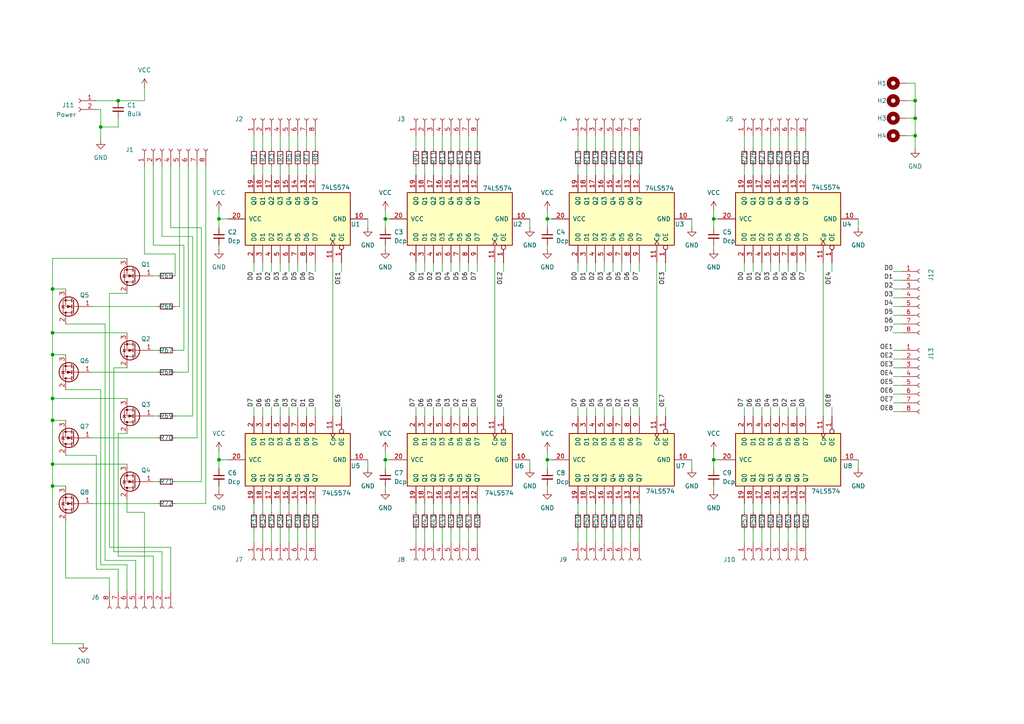
<source format=kicad_sch>
(kicad_sch (version 20231120) (generator "eeschema") (generator_version "8.0")
  (paper "A4")
  (junction (at 207.01 133.35))
  (junction (at 265.43 29.21))
  (junction (at 207.01 63.5))
  (junction (at 111.76 63.5))
  (junction (at 111.76 133.35))
  (junction (at 15.24 134.62))
  (junction (at 15.24 140.97))
  (junction (at 29.21 36.83))
  (junction (at 15.24 115.57))
  (junction (at 63.5 133.35))
  (junction (at 63.5 63.5))
  (junction (at 15.24 83.82))
  (junction (at 15.24 102.87))
  (junction (at 34.29 29.21))
  (junction (at 265.43 39.37))
  (junction (at 15.24 121.92))
  (junction (at 158.75 63.5))
  (junction (at 15.24 96.52))
  (junction (at 265.43 34.29))
  (junction (at 158.75 133.35))
  (wire (pts (xy 15.24 74.93) (xy 36.83 74.93)))
  (wire (pts (xy 153.67 133.35) (xy 153.67 135.89)))
  (wire (pts (xy 34.29 125.73) (xy 36.83 125.73)))
  (wire (pts (xy 123.19 157.48) (xy 123.19 153.67)))
  (wire (pts (xy 133.35 76.2) (xy 133.35 78.74)))
  (wire (pts (xy 63.5 133.35) (xy 66.04 133.35)))
  (wire (pts (xy 259.08 119.38) (xy 261.62 119.38)))
  (wire (pts (xy 218.44 157.48) (xy 218.44 153.67)))
  (wire (pts (xy 261.62 91.44) (xy 259.08 91.44)))
  (wire (pts (xy 36.83 171.45) (xy 36.83 163.83)))
  (wire (pts (xy 111.76 63.5) (xy 111.76 66.04)))
  (wire (pts (xy 73.66 120.65) (xy 73.66 118.11)))
  (wire (pts (xy 218.44 148.59) (xy 218.44 146.05)))
  (wire (pts (xy 53.34 101.6) (xy 53.34 71.12)))
  (wire (pts (xy 120.65 39.37) (xy 120.65 43.18)))
  (wire (pts (xy 73.66 148.59) (xy 73.66 146.05)))
  (wire (pts (xy 15.24 96.52) (xy 15.24 83.82)))
  (wire (pts (xy 73.66 157.48) (xy 73.66 153.67)))
  (wire (pts (xy 106.68 133.35) (xy 106.68 135.89)))
  (wire (pts (xy 44.45 161.29) (xy 34.29 161.29)))
  (wire (pts (xy 259.08 101.6) (xy 261.62 101.6)))
  (wire (pts (xy 207.01 60.96) (xy 207.01 63.5)))
  (wire (pts (xy 27.94 29.21) (xy 34.29 29.21)))
  (wire (pts (xy 86.36 120.65) (xy 86.36 118.11)))
  (wire (pts (xy 120.65 76.2) (xy 120.65 78.74)))
  (wire (pts (xy 50.8 101.6) (xy 53.34 101.6)))
  (wire (pts (xy 39.37 162.56) (xy 30.48 162.56)))
  (wire (pts (xy 63.5 140.97) (xy 63.5 142.24)))
  (wire (pts (xy 215.9 148.59) (xy 215.9 146.05)))
  (wire (pts (xy 96.52 76.2) (xy 96.52 120.65)))
  (wire (pts (xy 185.42 76.2) (xy 185.42 78.74)))
  (wire (pts (xy 111.76 71.12) (xy 111.76 72.39)))
  (wire (pts (xy 172.72 120.65) (xy 172.72 118.11)))
  (wire (pts (xy 215.9 76.2) (xy 215.9 78.74)))
  (wire (pts (xy 34.29 34.29) (xy 34.29 36.83)))
  (wire (pts (xy 248.92 63.5) (xy 248.92 66.04)))
  (wire (pts (xy 49.53 158.75) (xy 31.75 158.75)))
  (wire (pts (xy 170.18 148.59) (xy 170.18 146.05)))
  (wire (pts (xy 50.8 139.7) (xy 58.42 139.7)))
  (wire (pts (xy 44.45 171.45) (xy 44.45 161.29)))
  (wire (pts (xy 26.67 146.05) (xy 45.72 146.05)))
  (wire (pts (xy 233.68 76.2) (xy 233.68 78.74)))
  (wire (pts (xy 49.53 171.45) (xy 49.53 158.75)))
  (wire (pts (xy 76.2 157.48) (xy 76.2 153.67)))
  (wire (pts (xy 185.42 120.65) (xy 185.42 118.11)))
  (wire (pts (xy 207.01 71.12) (xy 207.01 72.39)))
  (wire (pts (xy 83.82 120.65) (xy 83.82 118.11)))
  (wire (pts (xy 120.65 157.48) (xy 120.65 153.67)))
  (wire (pts (xy 167.64 76.2) (xy 167.64 78.74)))
  (wire (pts (xy 215.9 39.37) (xy 215.9 43.18)))
  (wire (pts (xy 73.66 76.2) (xy 73.66 78.74)))
  (wire (pts (xy 44.45 101.6) (xy 45.72 101.6)))
  (wire (pts (xy 223.52 120.65) (xy 223.52 118.11)))
  (wire (pts (xy 223.52 76.2) (xy 223.52 78.74)))
  (wire (pts (xy 44.45 71.12) (xy 44.45 48.26)))
  (wire (pts (xy 261.62 96.52) (xy 259.08 96.52)))
  (wire (pts (xy 91.44 157.48) (xy 91.44 153.67)))
  (wire (pts (xy 177.8 148.59) (xy 177.8 146.05)))
  (wire (pts (xy 259.08 104.14) (xy 261.62 104.14)))
  (wire (pts (xy 34.29 165.1) (xy 34.29 171.45)))
  (wire (pts (xy 27.94 165.1) (xy 27.94 132.08)))
  (wire (pts (xy 88.9 120.65) (xy 88.9 118.11)))
  (wire (pts (xy 44.45 120.65) (xy 45.72 120.65)))
  (wire (pts (xy 138.43 157.48) (xy 138.43 153.67)))
  (wire (pts (xy 228.6 157.48) (xy 228.6 153.67)))
  (wire (pts (xy 265.43 29.21) (xy 265.43 34.29)))
  (wire (pts (xy 170.18 120.65) (xy 170.18 118.11)))
  (wire (pts (xy 185.42 39.37) (xy 185.42 43.18)))
  (wire (pts (xy 175.26 39.37) (xy 175.26 43.18)))
  (wire (pts (xy 180.34 120.65) (xy 180.34 118.11)))
  (wire (pts (xy 123.19 120.65) (xy 123.19 118.11)))
  (wire (pts (xy 158.75 130.81) (xy 158.75 133.35)))
  (wire (pts (xy 83.82 76.2) (xy 83.82 78.74)))
  (wire (pts (xy 182.88 39.37) (xy 182.88 43.18)))
  (wire (pts (xy 78.74 76.2) (xy 78.74 78.74)))
  (wire (pts (xy 125.73 148.59) (xy 125.73 146.05)))
  (wire (pts (xy 153.67 63.5) (xy 153.67 66.04)))
  (wire (pts (xy 167.64 157.48) (xy 167.64 153.67)))
  (wire (pts (xy 99.06 118.11) (xy 99.06 120.65)))
  (wire (pts (xy 120.65 120.65) (xy 120.65 118.11)))
  (wire (pts (xy 259.08 106.68) (xy 261.62 106.68)))
  (wire (pts (xy 81.28 76.2) (xy 81.28 78.74)))
  (wire (pts (xy 138.43 76.2) (xy 138.43 78.74)))
  (wire (pts (xy 83.82 148.59) (xy 83.82 146.05)))
  (wire (pts (xy 180.34 76.2) (xy 180.34 78.74)))
  (wire (pts (xy 128.27 148.59) (xy 128.27 146.05)))
  (wire (pts (xy 170.18 39.37) (xy 170.18 43.18)))
  (wire (pts (xy 19.05 113.03) (xy 29.21 113.03)))
  (wire (pts (xy 170.18 76.2) (xy 170.18 78.74)))
  (wire (pts (xy 177.8 48.26) (xy 177.8 50.8)))
  (wire (pts (xy 99.06 76.2) (xy 99.06 78.74)))
  (wire (pts (xy 63.5 63.5) (xy 63.5 66.04)))
  (wire (pts (xy 31.75 167.64) (xy 19.05 167.64)))
  (wire (pts (xy 81.28 48.26) (xy 81.28 50.8)))
  (wire (pts (xy 76.2 39.37) (xy 76.2 43.18)))
  (wire (pts (xy 238.76 76.2) (xy 238.76 120.65)))
  (wire (pts (xy 133.35 120.65) (xy 133.35 118.11)))
  (wire (pts (xy 63.5 63.5) (xy 66.04 63.5)))
  (wire (pts (xy 76.2 120.65) (xy 76.2 118.11)))
  (wire (pts (xy 175.26 76.2) (xy 175.26 78.74)))
  (wire (pts (xy 133.35 48.26) (xy 133.35 50.8)))
  (wire (pts (xy 63.5 71.12) (xy 63.5 72.39)))
  (wire (pts (xy 76.2 148.59) (xy 76.2 146.05)))
  (wire (pts (xy 123.19 76.2) (xy 123.19 78.74)))
  (wire (pts (xy 46.99 160.02) (xy 33.02 160.02)))
  (wire (pts (xy 15.24 140.97) (xy 15.24 134.62)))
  (wire (pts (xy 78.74 39.37) (xy 78.74 43.18)))
  (wire (pts (xy 111.76 133.35) (xy 113.03 133.35)))
  (wire (pts (xy 73.66 48.26) (xy 73.66 50.8)))
  (wire (pts (xy 46.99 171.45) (xy 46.99 160.02)))
  (wire (pts (xy 220.98 48.26) (xy 220.98 50.8)))
  (wire (pts (xy 81.28 157.48) (xy 81.28 153.67)))
  (wire (pts (xy 81.28 120.65) (xy 81.28 118.11)))
  (wire (pts (xy 223.52 157.48) (xy 223.52 153.67)))
  (wire (pts (xy 130.81 39.37) (xy 130.81 43.18)))
  (wire (pts (xy 15.24 121.92) (xy 15.24 115.57)))
  (wire (pts (xy 138.43 39.37) (xy 138.43 43.18)))
  (wire (pts (xy 15.24 102.87) (xy 15.24 96.52)))
  (wire (pts (xy 63.5 60.96) (xy 63.5 63.5)))
  (wire (pts (xy 19.05 132.08) (xy 27.94 132.08)))
  (wire (pts (xy 220.98 39.37) (xy 220.98 43.18)))
  (wire (pts (xy 182.88 120.65) (xy 182.88 118.11)))
  (wire (pts (xy 91.44 76.2) (xy 91.44 78.74)))
  (wire (pts (xy 180.34 157.48) (xy 180.34 153.67)))
  (wire (pts (xy 50.8 73.66) (xy 41.91 73.66)))
  (wire (pts (xy 50.8 146.05) (xy 59.69 146.05)))
  (wire (pts (xy 34.29 165.1) (xy 27.94 165.1)))
  (wire (pts (xy 33.02 160.02) (xy 33.02 106.68)))
  (wire (pts (xy 44.45 139.7) (xy 45.72 139.7)))
  (wire (pts (xy 15.24 186.69) (xy 15.24 140.97)))
  (wire (pts (xy 228.6 148.59) (xy 228.6 146.05)))
  (wire (pts (xy 111.76 140.97) (xy 111.76 142.24)))
  (wire (pts (xy 135.89 157.48) (xy 135.89 153.67)))
  (wire (pts (xy 133.35 148.59) (xy 133.35 146.05)))
  (wire (pts (xy 133.35 39.37) (xy 133.35 43.18)))
  (wire (pts (xy 128.27 120.65) (xy 128.27 118.11)))
  (wire (pts (xy 182.88 148.59) (xy 182.88 146.05)))
  (wire (pts (xy 220.98 157.48) (xy 220.98 153.67)))
  (wire (pts (xy 81.28 39.37) (xy 81.28 43.18)))
  (wire (pts (xy 63.5 130.81) (xy 63.5 133.35)))
  (wire (pts (xy 15.24 115.57) (xy 36.83 115.57)))
  (wire (pts (xy 57.15 48.26) (xy 57.15 127)))
  (wire (pts (xy 130.81 120.65) (xy 130.81 118.11)))
  (wire (pts (xy 231.14 39.37) (xy 231.14 43.18)))
  (wire (pts (xy 158.75 71.12) (xy 158.75 72.39)))
  (wire (pts (xy 34.29 29.21) (xy 41.91 29.21)))
  (wire (pts (xy 228.6 76.2) (xy 228.6 78.74)))
  (wire (pts (xy 207.01 140.97) (xy 207.01 142.24)))
  (wire (pts (xy 15.24 134.62) (xy 36.83 134.62)))
  (wire (pts (xy 130.81 157.48) (xy 130.81 153.67)))
  (wire (pts (xy 123.19 48.26) (xy 123.19 50.8)))
  (wire (pts (xy 78.74 148.59) (xy 78.74 146.05)))
  (wire (pts (xy 88.9 39.37) (xy 88.9 43.18)))
  (wire (pts (xy 223.52 148.59) (xy 223.52 146.05)))
  (wire (pts (xy 180.34 148.59) (xy 180.34 146.05)))
  (wire (pts (xy 177.8 76.2) (xy 177.8 78.74)))
  (wire (pts (xy 182.88 76.2) (xy 182.88 78.74)))
  (wire (pts (xy 15.24 83.82) (xy 19.05 83.82)))
  (wire (pts (xy 29.21 36.83) (xy 29.21 40.64)))
  (wire (pts (xy 248.92 133.35) (xy 248.92 135.89)))
  (wire (pts (xy 130.81 48.26) (xy 130.81 50.8)))
  (wire (pts (xy 231.14 48.26) (xy 231.14 50.8)))
  (wire (pts (xy 19.05 93.98) (xy 30.48 93.98)))
  (wire (pts (xy 81.28 148.59) (xy 81.28 146.05)))
  (wire (pts (xy 146.05 76.2) (xy 146.05 78.74)))
  (wire (pts (xy 125.73 48.26) (xy 125.73 50.8)))
  (wire (pts (xy 29.21 163.83) (xy 29.21 113.03)))
  (wire (pts (xy 218.44 39.37) (xy 218.44 43.18)))
  (wire (pts (xy 193.04 118.11) (xy 193.04 120.65)))
  (wire (pts (xy 233.68 39.37) (xy 233.68 43.18)))
  (wire (pts (xy 78.74 48.26) (xy 78.74 50.8)))
  (wire (pts (xy 50.8 120.65) (xy 55.88 120.65)))
  (wire (pts (xy 76.2 48.26) (xy 76.2 50.8)))
  (wire (pts (xy 228.6 120.65) (xy 228.6 118.11)))
  (wire (pts (xy 86.36 157.48) (xy 86.36 153.67)))
  (wire (pts (xy 83.82 157.48) (xy 83.82 153.67)))
  (wire (pts (xy 123.19 148.59) (xy 123.19 146.05)))
  (wire (pts (xy 143.51 76.2) (xy 143.51 120.65)))
  (wire (pts (xy 86.36 76.2) (xy 86.36 78.74)))
  (wire (pts (xy 233.68 148.59) (xy 233.68 146.05)))
  (wire (pts (xy 120.65 148.59) (xy 120.65 146.05)))
  (wire (pts (xy 231.14 76.2) (xy 231.14 78.74)))
  (wire (pts (xy 261.62 86.36) (xy 259.08 86.36)))
  (wire (pts (xy 175.26 148.59) (xy 175.26 146.05)))
  (wire (pts (xy 125.73 120.65) (xy 125.73 118.11)))
  (wire (pts (xy 146.05 118.11) (xy 146.05 120.65)))
  (wire (pts (xy 54.61 48.26) (xy 54.61 107.95)))
  (wire (pts (xy 180.34 39.37) (xy 180.34 43.18)))
  (wire (pts (xy 49.53 48.26) (xy 49.53 66.04)))
  (wire (pts (xy 128.27 39.37) (xy 128.27 43.18)))
  (wire (pts (xy 19.05 151.13) (xy 19.05 167.64)))
  (wire (pts (xy 172.72 157.48) (xy 172.72 153.67)))
  (wire (pts (xy 177.8 120.65) (xy 177.8 118.11)))
  (wire (pts (xy 83.82 48.26) (xy 83.82 50.8)))
  (wire (pts (xy 31.75 85.09) (xy 36.83 85.09)))
  (wire (pts (xy 223.52 39.37) (xy 223.52 43.18)))
  (wire (pts (xy 175.26 120.65) (xy 175.26 118.11)))
  (wire (pts (xy 167.64 48.26) (xy 167.64 50.8)))
  (wire (pts (xy 215.9 157.48) (xy 215.9 153.67)))
  (wire (pts (xy 15.24 134.62) (xy 15.24 121.92)))
  (wire (pts (xy 123.19 39.37) (xy 123.19 43.18)))
  (wire (pts (xy 138.43 120.65) (xy 138.43 118.11)))
  (wire (pts (xy 26.67 88.9) (xy 45.72 88.9)))
  (wire (pts (xy 158.75 133.35) (xy 160.02 133.35)))
  (wire (pts (xy 135.89 39.37) (xy 135.89 43.18)))
  (wire (pts (xy 207.01 133.35) (xy 207.01 135.89)))
  (wire (pts (xy 34.29 161.29) (xy 34.29 125.73)))
  (wire (pts (xy 15.24 140.97) (xy 19.05 140.97)))
  (wire (pts (xy 218.44 48.26) (xy 218.44 50.8)))
  (wire (pts (xy 185.42 157.48) (xy 185.42 153.67)))
  (wire (pts (xy 220.98 148.59) (xy 220.98 146.05)))
  (wire (pts (xy 36.83 163.83) (xy 29.21 163.83)))
  (wire (pts (xy 226.06 76.2) (xy 226.06 78.74)))
  (wire (pts (xy 182.88 48.26) (xy 182.88 50.8)))
  (wire (pts (xy 33.02 106.68) (xy 36.83 106.68)))
  (wire (pts (xy 36.83 144.78) (xy 36.83 148.59)))
  (wire (pts (xy 133.35 157.48) (xy 133.35 153.67)))
  (wire (pts (xy 185.42 148.59) (xy 185.42 146.05)))
  (wire (pts (xy 175.26 48.26) (xy 175.26 50.8)))
  (wire (pts (xy 138.43 48.26) (xy 138.43 50.8)))
  (wire (pts (xy 226.06 48.26) (xy 226.06 50.8)))
  (wire (pts (xy 228.6 48.26) (xy 228.6 50.8)))
  (wire (pts (xy 91.44 39.37) (xy 91.44 43.18)))
  (wire (pts (xy 130.81 76.2) (xy 130.81 78.74)))
  (wire (pts (xy 231.14 148.59) (xy 231.14 146.05)))
  (wire (pts (xy 50.8 88.9) (xy 52.07 88.9)))
  (wire (pts (xy 111.76 63.5) (xy 113.03 63.5)))
  (wire (pts (xy 15.24 121.92) (xy 19.05 121.92)))
  (wire (pts (xy 15.24 96.52) (xy 36.83 96.52)))
  (wire (pts (xy 55.88 68.58) (xy 46.99 68.58)))
  (wire (pts (xy 120.65 48.26) (xy 120.65 50.8)))
  (wire (pts (xy 207.01 130.81) (xy 207.01 133.35)))
  (wire (pts (xy 36.83 148.59) (xy 41.91 148.59)))
  (wire (pts (xy 15.24 83.82) (xy 15.24 74.93)))
  (wire (pts (xy 218.44 76.2) (xy 218.44 78.74)))
  (wire (pts (xy 63.5 133.35) (xy 63.5 135.89)))
  (wire (pts (xy 128.27 76.2) (xy 128.27 78.74)))
  (wire (pts (xy 193.04 76.2) (xy 193.04 78.74)))
  (wire (pts (xy 78.74 157.48) (xy 78.74 153.67)))
  (wire (pts (xy 190.5 76.2) (xy 190.5 120.65)))
  (wire (pts (xy 177.8 157.48) (xy 177.8 153.67)))
  (wire (pts (xy 158.75 63.5) (xy 160.02 63.5)))
  (wire (pts (xy 261.62 83.82) (xy 259.08 83.82)))
  (wire (pts (xy 220.98 120.65) (xy 220.98 118.11)))
  (wire (pts (xy 262.89 39.37) (xy 265.43 39.37)))
  (wire (pts (xy 135.89 76.2) (xy 135.89 78.74)))
  (wire (pts (xy 15.24 186.69) (xy 24.13 186.69)))
  (wire (pts (xy 262.89 29.21) (xy 265.43 29.21)))
  (wire (pts (xy 261.62 81.28) (xy 259.08 81.28)))
  (wire (pts (xy 88.9 157.48) (xy 88.9 153.67)))
  (wire (pts (xy 207.01 63.5) (xy 208.28 63.5)))
  (wire (pts (xy 111.76 60.96) (xy 111.76 63.5)))
  (wire (pts (xy 226.06 148.59) (xy 226.06 146.05)))
  (wire (pts (xy 185.42 48.26) (xy 185.42 50.8)))
  (wire (pts (xy 175.26 157.48) (xy 175.26 153.67)))
  (wire (pts (xy 58.42 139.7) (xy 58.42 66.04)))
  (wire (pts (xy 31.75 171.45) (xy 31.75 167.64)))
  (wire (pts (xy 259.08 114.3) (xy 261.62 114.3)))
  (wire (pts (xy 52.07 48.26) (xy 52.07 88.9)))
  (wire (pts (xy 233.68 120.65) (xy 233.68 118.11)))
  (wire (pts (xy 180.34 48.26) (xy 180.34 50.8)))
  (wire (pts (xy 158.75 63.5) (xy 158.75 66.04)))
  (wire (pts (xy 58.42 66.04) (xy 49.53 66.04)))
  (wire (pts (xy 218.44 120.65) (xy 218.44 118.11)))
  (wire (pts (xy 231.14 157.48) (xy 231.14 153.67)))
  (wire (pts (xy 106.68 63.5) (xy 106.68 66.04)))
  (wire (pts (xy 135.89 148.59) (xy 135.89 146.05)))
  (wire (pts (xy 27.94 31.75) (xy 29.21 31.75)))
  (wire (pts (xy 15.24 102.87) (xy 19.05 102.87)))
  (wire (pts (xy 91.44 48.26) (xy 91.44 50.8)))
  (wire (pts (xy 241.3 118.11) (xy 241.3 120.65)))
  (wire (pts (xy 226.06 39.37) (xy 226.06 43.18)))
  (wire (pts (xy 167.64 148.59) (xy 167.64 146.05)))
  (wire (pts (xy 34.29 36.83) (xy 29.21 36.83)))
  (wire (pts (xy 233.68 157.48) (xy 233.68 153.67)))
  (wire (pts (xy 50.8 127) (xy 57.15 127)))
  (wire (pts (xy 30.48 162.56) (xy 30.48 93.98)))
  (wire (pts (xy 59.69 48.26) (xy 59.69 146.05)))
  (wire (pts (xy 228.6 39.37) (xy 228.6 43.18)))
  (wire (pts (xy 128.27 48.26) (xy 128.27 50.8)))
  (wire (pts (xy 261.62 88.9) (xy 259.08 88.9)))
  (wire (pts (xy 26.67 107.95) (xy 45.72 107.95)))
  (wire (pts (xy 88.9 48.26) (xy 88.9 50.8)))
  (wire (pts (xy 128.27 157.48) (xy 128.27 153.67)))
  (wire (pts (xy 182.88 157.48) (xy 182.88 153.67)))
  (wire (pts (xy 262.89 24.13) (xy 265.43 24.13)))
  (wire (pts (xy 200.66 133.35) (xy 200.66 135.89)))
  (wire (pts (xy 261.62 78.74) (xy 259.08 78.74)))
  (wire (pts (xy 158.75 133.35) (xy 158.75 135.89)))
  (wire (pts (xy 259.08 116.84) (xy 261.62 116.84)))
  (wire (pts (xy 177.8 39.37) (xy 177.8 43.18)))
  (wire (pts (xy 167.64 120.65) (xy 167.64 118.11)))
  (wire (pts (xy 158.75 60.96) (xy 158.75 63.5)))
  (wire (pts (xy 130.81 148.59) (xy 130.81 146.05)))
  (wire (pts (xy 88.9 148.59) (xy 88.9 146.05)))
  (wire (pts (xy 223.52 48.26) (xy 223.52 50.8)))
  (wire (pts (xy 31.75 158.75) (xy 31.75 85.09)))
  (wire (pts (xy 41.91 29.21) (xy 41.91 25.4)))
  (wire (pts (xy 170.18 157.48) (xy 170.18 153.67)))
  (wire (pts (xy 259.08 111.76) (xy 261.62 111.76)))
  (wire (pts (xy 226.06 157.48) (xy 226.06 153.67)))
  (wire (pts (xy 265.43 34.29) (xy 265.43 39.37)))
  (wire (pts (xy 46.99 68.58) (xy 46.99 48.26)))
  (wire (pts (xy 86.36 148.59) (xy 86.36 146.05)))
  (wire (pts (xy 215.9 48.26) (xy 215.9 50.8)))
  (wire (pts (xy 83.82 39.37) (xy 83.82 43.18)))
  (wire (pts (xy 125.73 76.2) (xy 125.73 78.74)))
  (wire (pts (xy 86.36 48.26) (xy 86.36 50.8)))
  (wire (pts (xy 172.72 48.26) (xy 172.72 50.8)))
  (wire (pts (xy 111.76 130.81) (xy 111.76 133.35)))
  (wire (pts (xy 53.34 71.12) (xy 44.45 71.12)))
  (wire (pts (xy 41.91 73.66) (xy 41.91 48.26)))
  (wire (pts (xy 220.98 76.2) (xy 220.98 78.74)))
  (wire (pts (xy 172.72 148.59) (xy 172.72 146.05)))
  (wire (pts (xy 265.43 24.13) (xy 265.43 29.21)))
  (wire (pts (xy 167.64 39.37) (xy 167.64 43.18)))
  (wire (pts (xy 73.66 39.37) (xy 73.66 43.18)))
  (wire (pts (xy 138.43 148.59) (xy 138.43 146.05)))
  (wire (pts (xy 91.44 120.65) (xy 91.44 118.11)))
  (wire (pts (xy 29.21 31.75) (xy 29.21 36.83)))
  (wire (pts (xy 91.44 148.59) (xy 91.44 146.05)))
  (wire (pts (xy 50.8 107.95) (xy 54.61 107.95)))
  (wire (pts (xy 55.88 120.65) (xy 55.88 68.58)))
  (wire (pts (xy 50.8 80.01) (xy 50.8 73.66)))
  (wire (pts (xy 170.18 48.26) (xy 170.18 50.8)))
  (wire (pts (xy 41.91 148.59) (xy 41.91 171.45)))
  (wire (pts (xy 125.73 157.48) (xy 125.73 153.67)))
  (wire (pts (xy 125.73 39.37) (xy 125.73 43.18)))
  (wire (pts (xy 241.3 76.2) (xy 241.3 78.74)))
  (wire (pts (xy 265.43 39.37) (xy 265.43 43.18)))
  (wire (pts (xy 172.72 39.37) (xy 172.72 43.18)))
  (wire (pts (xy 172.72 76.2) (xy 172.72 78.74)))
  (wire (pts (xy 259.08 109.22) (xy 261.62 109.22)))
  (wire (pts (xy 158.75 140.97) (xy 158.75 142.24)))
  (wire (pts (xy 26.67 127) (xy 45.72 127)))
  (wire (pts (xy 207.01 133.35) (xy 208.28 133.35)))
  (wire (pts (xy 88.9 76.2) (xy 88.9 78.74)))
  (wire (pts (xy 39.37 171.45) (xy 39.37 162.56)))
  (wire (pts (xy 86.36 39.37) (xy 86.36 43.18)))
  (wire (pts (xy 44.45 80.01) (xy 45.72 80.01)))
  (wire (pts (xy 233.68 48.26) (xy 233.68 50.8)))
  (wire (pts (xy 215.9 120.65) (xy 215.9 118.11)))
  (wire (pts (xy 135.89 120.65) (xy 135.89 118.11)))
  (wire (pts (xy 15.24 115.57) (xy 15.24 102.87)))
  (wire (pts (xy 78.74 120.65) (xy 78.74 118.11)))
  (wire (pts (xy 135.89 48.26) (xy 135.89 50.8)))
  (wire (pts (xy 207.01 63.5) (xy 207.01 66.04)))
  (wire (pts (xy 226.06 120.65) (xy 226.06 118.11)))
  (wire (pts (xy 76.2 76.2) (xy 76.2 78.74)))
  (wire (pts (xy 231.14 120.65) (xy 231.14 118.11)))
  (wire (pts (xy 111.76 133.35) (xy 111.76 135.89)))
  (wire (pts (xy 262.89 34.29) (xy 265.43 34.29)))
  (wire (pts (xy 261.62 93.98) (xy 259.08 93.98)))
  (wire (pts (xy 200.66 63.5) (xy 200.66 66.04)))
  (label "D0" (at 215.9 78.74 270))
  (label "D2" (at 180.34 118.11 90))
  (label "D0" (at 167.64 78.74 270))
  (label "D3" (at 226.06 118.11 90))
  (label "D6" (at 182.88 78.74 270))
  (label "D4" (at 223.52 118.11 90))
  (label "OE2" (at 259.08 104.14 180))
  (label "D2" (at 78.74 78.74 270))
  (label "D1" (at 76.2 78.74 270))
  (label "D0" (at 120.65 78.74 270))
  (label "OE8" (at 241.3 118.11 90))
  (label "D5" (at 172.72 118.11 90))
  (label "OE1" (at 259.08 101.6 180))
  (label "D0" (at 138.43 118.11 90))
  (label "OE2" (at 146.05 78.74 270))
  (label "OE5" (at 99.06 118.11 90))
  (label "D5" (at 228.6 78.74 270))
  (label "D3" (at 177.8 118.11 90))
  (label "D2" (at 228.6 118.11 90))
  (label "D3" (at 128.27 78.74 270))
  (label "D0" (at 91.44 118.11 90))
  (label "D0" (at 73.66 78.74 270))
  (label "D7" (at 91.44 78.74 270))
  (label "D6" (at 218.44 118.11 90))
  (label "OE6" (at 146.05 118.11 90))
  (label "D2" (at 259.08 83.82 180))
  (label "D2" (at 86.36 118.11 90))
  (label "D7" (at 167.64 118.11 90))
  (label "D1" (at 259.08 81.28 180))
  (label "D1" (at 182.88 118.11 90))
  (label "D4" (at 83.82 78.74 270))
  (label "D7" (at 233.68 78.74 270))
  (label "D4" (at 128.27 118.11 90))
  (label "D3" (at 83.82 118.11 90))
  (label "D1" (at 231.14 118.11 90))
  (label "D4" (at 226.06 78.74 270))
  (label "D2" (at 133.35 118.11 90))
  (label "D4" (at 259.08 88.9 180))
  (label "D4" (at 177.8 78.74 270))
  (label "D3" (at 81.28 78.74 270))
  (label "OE8" (at 259.08 119.38 180))
  (label "D6" (at 76.2 118.11 90))
  (label "D5" (at 133.35 78.74 270))
  (label "D7" (at 185.42 78.74 270))
  (label "D2" (at 125.73 78.74 270))
  (label "D6" (at 170.18 118.11 90))
  (label "D0" (at 259.08 78.74 180))
  (label "D0" (at 233.68 118.11 90))
  (label "OE4" (at 241.3 78.74 270))
  (label "D4" (at 81.28 118.11 90))
  (label "D7" (at 73.66 118.11 90))
  (label "D6" (at 259.08 93.98 180))
  (label "D2" (at 220.98 78.74 270))
  (label "D5" (at 220.98 118.11 90))
  (label "D7" (at 215.9 118.11 90))
  (label "OE5" (at 259.08 111.76 180))
  (label "D6" (at 88.9 78.74 270))
  (label "D3" (at 130.81 118.11 90))
  (label "D3" (at 175.26 78.74 270))
  (label "D5" (at 125.73 118.11 90))
  (label "D5" (at 259.08 91.44 180))
  (label "D5" (at 86.36 78.74 270))
  (label "D6" (at 231.14 78.74 270))
  (label "D3" (at 259.08 86.36 180))
  (label "OE7" (at 193.04 118.11 90))
  (label "D7" (at 138.43 78.74 270))
  (label "OE3" (at 193.04 78.74 270))
  (label "D6" (at 135.89 78.74 270))
  (label "D0" (at 185.42 118.11 90))
  (label "D7" (at 120.65 118.11 90))
  (label "D5" (at 180.34 78.74 270))
  (label "OE3" (at 259.08 106.68 180))
  (label "D1" (at 88.9 118.11 90))
  (label "OE6" (at 259.08 114.3 180))
  (label "D5" (at 78.74 118.11 90))
  (label "D4" (at 130.81 78.74 270))
  (label "D1" (at 135.89 118.11 90))
  (label "D3" (at 223.52 78.74 270))
  (label "OE4" (at 259.08 109.22 180))
  (label "OE7" (at 259.08 116.84 180))
  (label "D6" (at 123.19 118.11 90))
  (label "D1" (at 218.44 78.74 270))
  (label "OE1" (at 99.06 78.74 270))
  (label "D7" (at 259.08 96.52 180))
  (label "D1" (at 123.19 78.74 270))
  (label "D4" (at 175.26 118.11 90))
  (label "D2" (at 172.72 78.74 270))
  (label "D1" (at 170.18 78.74 270))
  (symbol (lib_id "power:VCC") (at 63.5 130.81 0) (unit 1)
    (property "Reference" "#PWR019" (effects (hide yes)))
    (property "Value" "VCC" (at 63.5 125.73 0))
    (property "Description" "Power symbol creates a global label with name \"VCC\"" (effects (hide yes)))
  )
  (symbol (lib_id "Transistor_FET:IRF540N") (at 21.59 107.95 180) (unit 1)
    (property "Reference" "Q6" (at 25.908 104.648 0) (effects (justify left)))
    (property "Value" "IRF540N" (effects (hide yes)))
    (property "Footprint" "Package_TO_SOT_THT:TO-220-3_Vertical" (effects (hide yes)))
    (property "Datasheet" "http://www.irf.com/product-info/datasheets/data/irf540n.pdf" (effects (hide yes)))
    (property "Description" "33A Id, 100V Vds, HEXFET N-Channel MOSFET, TO-220" (effects (hide yes)))
  )
  (symbol (lib_id "74xx:74LS574") (at 133.35 133.35 90) (mirror x) (unit 1)
    (property "Reference" "U6" (at 150.622 135.128 90))
    (property "Value" "74LS574" (at 144.78 143.002 90))
    (property "Footprint" "Package_DIP:DIP-20_W7.62mm" (effects (hide yes)))
    (property "Datasheet" "http://www.ti.com/lit/gpn/sn74LS574" (effects (hide yes)))
    (property "Description" "8-bit Register, 3-state outputs" (effects (hide yes)))
  )
  (symbol (lib_id "power:GND") (at 29.21 40.64 0) (mirror y) (unit 1)
    (property "Reference" "#PWR02" (effects (hide yes)))
    (property "Value" "GND" (at 29.21 45.72 0))
    (property "Description" "Power symbol creates a global label with name \"GND\" , ground" (effects (hide yes)))
  )
  (symbol (lib_id "Device:R_Small") (at 133.35 45.72 0) (unit 1)
    (property "Reference" "R14" (at 133.35 45.72 90))
    (property "Value" "R_Small" (effects (hide yes)))
    (property "Footprint" "Resistor_THT:R_Axial_DIN0204_L3.6mm_D1.6mm_P5.08mm_Horizontal" (effects (hide yes)))
    (property "Description" "Resistor, small symbol" (effects (hide yes)))
  )
  (symbol (lib_id "Device:R_Small") (at 218.44 151.13 0) (mirror x) (unit 1)
    (property "Reference" "R58" (at 218.44 151.13 90))
    (property "Value" "R_Small" (effects (hide yes)))
    (property "Footprint" "Resistor_THT:R_Axial_DIN0204_L3.6mm_D1.6mm_P5.08mm_Horizontal" (effects (hide yes)))
    (property "Description" "Resistor, small symbol" (effects (hide yes)))
  )
  (symbol (lib_id "Device:R_Small") (at 185.42 45.72 0) (unit 1)
    (property "Reference" "R24" (at 185.42 45.72 90))
    (property "Value" "R_Small" (effects (hide yes)))
    (property "Footprint" "Resistor_THT:R_Axial_DIN0204_L3.6mm_D1.6mm_P5.08mm_Horizontal" (effects (hide yes)))
    (property "Description" "Resistor, small symbol" (effects (hide yes)))
  )
  (symbol (lib_id "Device:R_Small") (at 182.88 151.13 0) (mirror x) (unit 1)
    (property "Reference" "R55" (at 182.88 151.13 90))
    (property "Value" "R_Small" (effects (hide yes)))
    (property "Footprint" "Resistor_THT:R_Axial_DIN0204_L3.6mm_D1.6mm_P5.08mm_Horizontal" (effects (hide yes)))
    (property "Description" "Resistor, small symbol" (effects (hide yes)))
  )
  (symbol (lib_id "Device:R_Small") (at 48.26 101.6 90) (unit 1)
    (property "Reference" "R67" (at 48.26 101.6 90))
    (property "Value" "R_Small" (effects (hide yes)))
    (property "Footprint" "Resistor_THT:R_Axial_DIN0204_L3.6mm_D1.6mm_P5.08mm_Horizontal" (effects (hide yes)))
    (property "Description" "Resistor, small symbol" (effects (hide yes)))
  )
  (symbol (lib_id "power:VCC") (at 158.75 130.81 0) (unit 1)
    (property "Reference" "#PWR015" (effects (hide yes)))
    (property "Value" "VCC" (at 158.75 125.73 0))
    (property "Description" "Power symbol creates a global label with name \"VCC\"" (effects (hide yes)))
  )
  (symbol (lib_id "Device:R_Small") (at 88.9 151.13 0) (mirror x) (unit 1)
    (property "Reference" "R39" (at 88.9 151.13 90))
    (property "Value" "R_Small" (effects (hide yes)))
    (property "Footprint" "Resistor_THT:R_Axial_DIN0204_L3.6mm_D1.6mm_P5.08mm_Horizontal" (effects (hide yes)))
    (property "Description" "Resistor, small symbol" (effects (hide yes)))
  )
  (symbol (lib_id "Device:R_Small") (at 76.2 151.13 0) (mirror x) (unit 1)
    (property "Reference" "R34" (at 76.2 151.13 90))
    (property "Value" "R_Small" (effects (hide yes)))
    (property "Footprint" "Resistor_THT:R_Axial_DIN0204_L3.6mm_D1.6mm_P5.08mm_Horizontal" (effects (hide yes)))
    (property "Description" "Resistor, small symbol" (effects (hide yes)))
  )
  (symbol (lib_id "Device:R_Small") (at 177.8 45.72 0) (unit 1)
    (property "Reference" "R21" (at 177.8 45.72 90))
    (property "Value" "R_Small" (effects (hide yes)))
    (property "Footprint" "Resistor_THT:R_Axial_DIN0204_L3.6mm_D1.6mm_P5.08mm_Horizontal" (effects (hide yes)))
    (property "Description" "Resistor, small symbol" (effects (hide yes)))
  )
  (symbol (lib_id "power:GND") (at 158.75 72.39 0) (unit 1)
    (property "Reference" "#PWR010" (effects (hide yes)))
    (property "Value" "GND" (at 158.75 77.47 0))
    (property "Description" "Power symbol creates a global label with name \"GND\" , ground" (effects (hide yes)))
  )
  (symbol (lib_id "Transistor_FET:IRF540N") (at 39.37 80.01 180) (unit 1)
    (property "Reference" "Q1" (at 43.688 76.708 0) (effects (justify left)))
    (property "Value" "IRF540N" (effects (hide yes)))
    (property "Footprint" "Package_TO_SOT_THT:TO-220-3_Vertical" (effects (hide yes)))
    (property "Datasheet" "http://www.irf.com/product-info/datasheets/data/irf540n.pdf" (effects (hide yes)))
    (property "Description" "33A Id, 100V Vds, HEXFET N-Channel MOSFET, TO-220" (effects (hide yes)))
  )
  (symbol (lib_id "Device:R_Small") (at 135.89 45.72 0) (unit 1)
    (property "Reference" "R15" (at 135.89 45.72 90))
    (property "Value" "R_Small" (effects (hide yes)))
    (property "Footprint" "Resistor_THT:R_Axial_DIN0204_L3.6mm_D1.6mm_P5.08mm_Horizontal" (effects (hide yes)))
    (property "Description" "Resistor, small symbol" (effects (hide yes)))
  )
  (symbol (lib_id "Device:R_Small") (at 123.19 151.13 0) (mirror x) (unit 1)
    (property "Reference" "R42" (at 123.19 151.13 90))
    (property "Value" "R_Small" (effects (hide yes)))
    (property "Footprint" "Resistor_THT:R_Axial_DIN0204_L3.6mm_D1.6mm_P5.08mm_Horizontal" (effects (hide yes)))
    (property "Description" "Resistor, small symbol" (effects (hide yes)))
  )
  (symbol (lib_id "Device:R_Small") (at 83.82 151.13 0) (mirror x) (unit 1)
    (property "Reference" "R37" (at 83.82 151.13 90))
    (property "Value" "R_Small" (effects (hide yes)))
    (property "Footprint" "Resistor_THT:R_Axial_DIN0204_L3.6mm_D1.6mm_P5.08mm_Horizontal" (effects (hide yes)))
    (property "Description" "Resistor, small symbol" (effects (hide yes)))
  )
  (symbol (lib_id "Device:C_Small") (at 34.29 31.75 0) (unit 1)
    (property "Reference" "C1" (at 36.83 30.4862 0) (effects (justify left)))
    (property "Value" "Bulk" (at 36.83 33.0262 0) (effects (justify left)))
    (property "Footprint" "Capacitor_THT:C_Radial_D6.3mm_H7.0mm_P2.50mm" (effects (hide yes)))
    (property "Description" "Unpolarized capacitor, small symbol" (effects (hide yes)))
  )
  (symbol (lib_id "Device:R_Small") (at 167.64 151.13 0) (mirror x) (unit 1)
    (property "Reference" "R49" (at 167.64 151.13 90))
    (property "Value" "R_Small" (effects (hide yes)))
    (property "Footprint" "Resistor_THT:R_Axial_DIN0204_L3.6mm_D1.6mm_P5.08mm_Horizontal" (effects (hide yes)))
    (property "Description" "Resistor, small symbol" (effects (hide yes)))
  )
  (symbol (lib_id "Device:C_Small") (at 111.76 138.43 0) (unit 1)
    (property "Reference" "C7" (at 114.3 137.1662 0) (effects (justify left)))
    (property "Value" "Dcp" (at 114.3 139.7062 0) (effects (justify left)))
    (property "Footprint" "Capacitor_THT:C_Disc_D3.0mm_W2.0mm_P2.50mm" (effects (hide yes)))
    (property "Description" "Unpolarized capacitor, small symbol" (effects (hide yes)))
  )
  (symbol (lib_id "power:GND") (at 248.92 135.89 0) (unit 1)
    (property "Reference" "#PWR025" (effects (hide yes)))
    (property "Value" "GND" (at 248.92 140.97 0))
    (property "Description" "Power symbol creates a global label with name \"GND\" , ground" (effects (hide yes)))
  )
  (symbol (lib_id "Device:R_Small") (at 228.6 45.72 0) (unit 1)
    (property "Reference" "R30" (at 228.6 45.72 90))
    (property "Value" "R_Small" (effects (hide yes)))
    (property "Footprint" "Resistor_THT:R_Axial_DIN0204_L3.6mm_D1.6mm_P5.08mm_Horizontal" (effects (hide yes)))
    (property "Description" "Resistor, small symbol" (effects (hide yes)))
  )
  (symbol (lib_id "Device:R_Small") (at 125.73 151.13 0) (mirror x) (unit 1)
    (property "Reference" "R43" (at 125.73 151.13 90))
    (property "Value" "R_Small" (effects (hide yes)))
    (property "Footprint" "Resistor_THT:R_Axial_DIN0204_L3.6mm_D1.6mm_P5.08mm_Horizontal" (effects (hide yes)))
    (property "Description" "Resistor, small symbol" (effects (hide yes)))
  )
  (symbol (lib_id "Device:R_Small") (at 120.65 151.13 0) (mirror x) (unit 1)
    (property "Reference" "R41" (at 120.65 151.13 90))
    (property "Value" "R_Small" (effects (hide yes)))
    (property "Footprint" "Resistor_THT:R_Axial_DIN0204_L3.6mm_D1.6mm_P5.08mm_Horizontal" (effects (hide yes)))
    (property "Description" "Resistor, small symbol" (effects (hide yes)))
  )
  (symbol (lib_id "Device:R_Small") (at 231.14 151.13 0) (mirror x) (unit 1)
    (property "Reference" "R63" (at 231.14 151.13 90))
    (property "Value" "R_Small" (effects (hide yes)))
    (property "Footprint" "Resistor_THT:R_Axial_DIN0204_L3.6mm_D1.6mm_P5.08mm_Horizontal" (effects (hide yes)))
    (property "Description" "Resistor, small symbol" (effects (hide yes)))
  )
  (symbol (lib_id "Transistor_FET:IRF540N") (at 39.37 101.6 180) (unit 1)
    (property "Reference" "Q2" (at 43.688 98.298 0) (effects (justify left)))
    (property "Value" "IRF540N" (effects (hide yes)))
    (property "Footprint" "Package_TO_SOT_THT:TO-220-3_Vertical" (effects (hide yes)))
    (property "Datasheet" "http://www.irf.com/product-info/datasheets/data/irf540n.pdf" (effects (hide yes)))
    (property "Description" "33A Id, 100V Vds, HEXFET N-Channel MOSFET, TO-220" (effects (hide yes)))
  )
  (symbol (lib_id "Connector:Conn_01x08_Socket") (at 175.26 162.56 90) (mirror x) (unit 1)
    (property "Reference" "J9" (at 163.322 162.306 90))
    (property "Value" "Conn_01x08_Socket" (effects (hide yes)))
    (property "Footprint" "Connector_PinHeader_1.27mm:PinHeader_1x08_P1.27mm_Vertical" (effects (hide yes)))
    (property "Description" "Generic connector, single row, 01x08, script generated" (effects (hide yes)))
  )
  (symbol (lib_id "Transistor_FET:IRF540N") (at 39.37 120.65 180) (unit 1)
    (property "Reference" "Q3" (at 43.688 117.348 0) (effects (justify left)))
    (property "Value" "IRF540N" (effects (hide yes)))
    (property "Footprint" "Package_TO_SOT_THT:TO-220-3_Vertical" (effects (hide yes)))
    (property "Datasheet" "http://www.irf.com/product-info/datasheets/data/irf540n.pdf" (effects (hide yes)))
    (property "Description" "33A Id, 100V Vds, HEXFET N-Channel MOSFET, TO-220" (effects (hide yes)))
  )
  (symbol (lib_id "Device:R_Small") (at 48.26 107.95 90) (unit 1)
    (property "Reference" "R68" (at 48.26 107.95 90))
    (property "Value" "R_Small" (effects (hide yes)))
    (property "Footprint" "Resistor_THT:R_Axial_DIN0204_L3.6mm_D1.6mm_P5.08mm_Horizontal" (effects (hide yes)))
    (property "Description" "Resistor, small symbol" (effects (hide yes)))
  )
  (symbol (lib_id "Device:R_Small") (at 81.28 45.72 0) (unit 1)
    (property "Reference" "R4" (at 81.28 45.72 90))
    (property "Value" "R_Small" (effects (hide yes)))
    (property "Footprint" "Resistor_THT:R_Axial_DIN0204_L3.6mm_D1.6mm_P5.08mm_Horizontal" (effects (hide yes)))
    (property "Description" "Resistor, small symbol" (effects (hide yes)))
  )
  (symbol (lib_id "Transistor_FET:IRF540N") (at 21.59 146.05 180) (unit 1)
    (property "Reference" "Q8" (at 25.908 142.748 0) (effects (justify left)))
    (property "Value" "IRF540N" (effects (hide yes)))
    (property "Footprint" "Package_TO_SOT_THT:TO-220-3_Vertical" (effects (hide yes)))
    (property "Datasheet" "http://www.irf.com/product-info/datasheets/data/irf540n.pdf" (effects (hide yes)))
    (property "Description" "33A Id, 100V Vds, HEXFET N-Channel MOSFET, TO-220" (effects (hide yes)))
  )
  (symbol (lib_id "Device:R_Small") (at 138.43 45.72 0) (unit 1)
    (property "Reference" "R16" (at 138.43 45.72 90))
    (property "Value" "R_Small" (effects (hide yes)))
    (property "Footprint" "Resistor_THT:R_Axial_DIN0204_L3.6mm_D1.6mm_P5.08mm_Horizontal" (effects (hide yes)))
    (property "Description" "Resistor, small symbol" (effects (hide yes)))
  )
  (symbol (lib_id "Connector:Conn_01x08_Socket") (at 81.28 162.56 90) (mirror x) (unit 1)
    (property "Reference" "J7" (at 69.342 162.306 90))
    (property "Value" "Conn_01x08_Socket" (effects (hide yes)))
    (property "Footprint" "Connector_PinHeader_1.27mm:PinHeader_1x08_P1.27mm_Vertical" (effects (hide yes)))
    (property "Description" "Generic connector, single row, 01x08, script generated" (effects (hide yes)))
  )
  (symbol (lib_id "Mechanical:MountingHole_Pad") (at 260.35 24.13 90) (unit 1) (exclude_from_sim yes) (in_bom no)
    (property "Reference" "H1" (at 255.778 24.13 90))
    (property "Value" "MountingHole_Pad" (effects (hide yes)))
    (property "Footprint" "MountingHole:MountingHole_2.2mm_M2_Pad" (effects (hide yes)))
    (property "Description" "Mounting Hole with connection" (effects (hide yes)))
  )
  (symbol (lib_id "Mechanical:MountingHole_Pad") (at 260.35 29.21 90) (unit 1) (exclude_from_sim yes) (in_bom no)
    (property "Reference" "H2" (at 255.778 29.21 90))
    (property "Value" "MountingHole_Pad" (effects (hide yes)))
    (property "Footprint" "MountingHole:MountingHole_2.2mm_M2_Pad" (effects (hide yes)))
    (property "Description" "Mounting Hole with connection" (effects (hide yes)))
  )
  (symbol (lib_id "74xx:74LS574") (at 180.34 133.35 90) (mirror x) (unit 1)
    (property "Reference" "U7" (at 197.358 135.128 90))
    (property "Value" "74LS574" (at 191.516 142.494 90))
    (property "Footprint" "Package_DIP:DIP-20_W7.62mm" (effects (hide yes)))
    (property "Datasheet" "http://www.ti.com/lit/gpn/sn74LS574" (effects (hide yes)))
    (property "Description" "8-bit Register, 3-state outputs" (effects (hide yes)))
  )
  (symbol (lib_id "power:VCC") (at 158.75 60.96 0) (unit 1)
    (property "Reference" "#PWR09" (effects (hide yes)))
    (property "Value" "VCC" (at 158.75 55.88 0))
    (property "Description" "Power symbol creates a global label with name \"VCC\"" (effects (hide yes)))
  )
  (symbol (lib_id "power:GND") (at 153.67 66.04 0) (unit 1)
    (property "Reference" "#PWR022" (effects (hide yes)))
    (property "Value" "GND" (at 153.67 71.12 0))
    (property "Description" "Power symbol creates a global label with name \"GND\" , ground" (effects (hide yes)))
  )
  (symbol (lib_id "power:VCC") (at 111.76 130.81 0) (unit 1)
    (property "Reference" "#PWR017" (effects (hide yes)))
    (property "Value" "VCC" (at 111.76 125.73 0))
    (property "Description" "Power symbol creates a global label with name \"VCC\"" (effects (hide yes)))
  )
  (symbol (lib_id "Device:C_Small") (at 158.75 138.43 0) (unit 1)
    (property "Reference" "C8" (at 161.29 137.1662 0) (effects (justify left)))
    (property "Value" "Dcp" (at 161.29 139.7062 0) (effects (justify left)))
    (property "Footprint" "Capacitor_THT:C_Disc_D3.0mm_W2.0mm_P2.50mm" (effects (hide yes)))
    (property "Description" "Unpolarized capacitor, small symbol" (effects (hide yes)))
  )
  (symbol (lib_id "Device:R_Small") (at 135.89 151.13 0) (mirror x) (unit 1)
    (property "Reference" "R47" (at 135.89 151.13 90))
    (property "Value" "R_Small" (effects (hide yes)))
    (property "Footprint" "Resistor_THT:R_Axial_DIN0204_L3.6mm_D1.6mm_P5.08mm_Horizontal" (effects (hide yes)))
    (property "Description" "Resistor, small symbol" (effects (hide yes)))
  )
  (symbol (lib_id "Device:R_Small") (at 120.65 45.72 0) (unit 1)
    (property "Reference" "R9" (at 120.65 45.72 90))
    (property "Value" "R_Small" (effects (hide yes)))
    (property "Footprint" "Resistor_THT:R_Axial_DIN0204_L3.6mm_D1.6mm_P5.08mm_Horizontal" (effects (hide yes)))
    (property "Description" "Resistor, small symbol" (effects (hide yes)))
  )
  (symbol (lib_id "Connector:Conn_01x02_Socket") (at 22.86 29.21 0) (mirror y) (unit 1)
    (property "Reference" "J11" (at 21.59 30.4799 0) (effects (justify left)))
    (property "Value" "Power" (at 22.098 33.274 0) (effects (justify left)))
    (property "Footprint" "Connector_PinHeader_1.27mm:PinHeader_1x02_P1.27mm_Vertical" (effects (hide yes)))
    (property "Description" "Generic connector, single row, 01x02, script generated" (effects (hide yes)))
  )
  (symbol (lib_id "Connector:Conn_01x08_Socket") (at 41.91 176.53 270) (unit 1)
    (property "Reference" "J6" (at 27.686 173.228 90))
    (property "Value" "Conn_01x08_Socket" (effects (hide yes)))
    (property "Footprint" "Connector_PinHeader_1.27mm:PinHeader_1x08_P1.27mm_Vertical" (effects (hide yes)))
    (property "Description" "Generic connector, single row, 01x08, script generated" (effects (hide yes)))
  )
  (symbol (lib_id "Device:R_Small") (at 81.28 151.13 0) (mirror x) (unit 1)
    (property "Reference" "R36" (at 81.28 151.13 90))
    (property "Value" "R_Small" (effects (hide yes)))
    (property "Footprint" "Resistor_THT:R_Axial_DIN0204_L3.6mm_D1.6mm_P5.08mm_Horizontal" (effects (hide yes)))
    (property "Description" "Resistor, small symbol" (effects (hide yes)))
  )
  (symbol (lib_id "power:VCC") (at 207.01 130.81 0) (unit 1)
    (property "Reference" "#PWR013" (effects (hide yes)))
    (property "Value" "VCC" (at 207.01 125.73 0))
    (property "Description" "Power symbol creates a global label with name \"VCC\"" (effects (hide yes)))
  )
  (symbol (lib_id "Device:R_Small") (at 167.64 45.72 0) (unit 1)
    (property "Reference" "R17" (at 167.64 45.72 90))
    (property "Value" "R_Small" (effects (hide yes)))
    (property "Footprint" "Resistor_THT:R_Axial_DIN0204_L3.6mm_D1.6mm_P5.08mm_Horizontal" (effects (hide yes)))
    (property "Description" "Resistor, small symbol" (effects (hide yes)))
  )
  (symbol (lib_id "Transistor_FET:IRF540N") (at 21.59 88.9 180) (unit 1)
    (property "Reference" "Q5" (at 25.908 85.598 0) (effects (justify left)))
    (property "Value" "IRF540N" (effects (hide yes)))
    (property "Footprint" "Package_TO_SOT_THT:TO-220-3_Vertical" (effects (hide yes)))
    (property "Datasheet" "http://www.irf.com/product-info/datasheets/data/irf540n.pdf" (effects (hide yes)))
    (property "Description" "33A Id, 100V Vds, HEXFET N-Channel MOSFET, TO-220" (effects (hide yes)))
  )
  (symbol (lib_id "Device:R_Small") (at 220.98 45.72 0) (unit 1)
    (property "Reference" "R27" (at 220.98 45.72 90))
    (property "Value" "R_Small" (effects (hide yes)))
    (property "Footprint" "Resistor_THT:R_Axial_DIN0204_L3.6mm_D1.6mm_P5.08mm_Horizontal" (effects (hide yes)))
    (property "Description" "Resistor, small symbol" (effects (hide yes)))
  )
  (symbol (lib_id "power:GND") (at 111.76 142.24 0) (unit 1)
    (property "Reference" "#PWR018" (effects (hide yes)))
    (property "Value" "GND" (at 111.76 147.32 0))
    (property "Description" "Power symbol creates a global label with name \"GND\" , ground" (effects (hide yes)))
  )
  (symbol (lib_id "Transistor_FET:IRF540N") (at 39.37 139.7 180) (unit 1)
    (property "Reference" "Q4" (at 43.688 136.398 0) (effects (justify left)))
    (property "Value" "IRF540N" (effects (hide yes)))
    (property "Footprint" "Package_TO_SOT_THT:TO-220-3_Vertical" (effects (hide yes)))
    (property "Datasheet" "http://www.irf.com/product-info/datasheets/data/irf540n.pdf" (effects (hide yes)))
    (property "Description" "33A Id, 100V Vds, HEXFET N-Channel MOSFET, TO-220" (effects (hide yes)))
  )
  (symbol (lib_id "Device:R_Small") (at 233.68 45.72 0) (unit 1)
    (property "Reference" "R32" (at 233.68 45.72 90))
    (property "Value" "R_Small" (effects (hide yes)))
    (property "Footprint" "Resistor_THT:R_Axial_DIN0204_L3.6mm_D1.6mm_P5.08mm_Horizontal" (effects (hide yes)))
    (property "Description" "Resistor, small symbol" (effects (hide yes)))
  )
  (symbol (lib_id "Connector:Conn_01x08_Socket") (at 266.7 86.36 0) (unit 1)
    (property "Reference" "J12" (at 270.002 79.756 90))
    (property "Value" "Conn_01x08_Socket" (effects (hide yes)))
    (property "Footprint" "Connector_PinHeader_1.27mm:PinHeader_1x08_P1.27mm_Vertical" (effects (hide yes)))
    (property "Description" "Generic connector, single row, 01x08, script generated" (effects (hide yes)))
  )
  (symbol (lib_id "power:VCC") (at 111.76 60.96 0) (unit 1)
    (property "Reference" "#PWR07" (effects (hide yes)))
    (property "Value" "VCC" (at 111.76 55.88 0))
    (property "Description" "Power symbol creates a global label with name \"VCC\"" (effects (hide yes)))
  )
  (symbol (lib_id "Device:R_Small") (at 91.44 151.13 0) (mirror x) (unit 1)
    (property "Reference" "R40" (at 91.44 151.13 90))
    (property "Value" "R_Small" (effects (hide yes)))
    (property "Footprint" "Resistor_THT:R_Axial_DIN0204_L3.6mm_D1.6mm_P5.08mm_Horizontal" (effects (hide yes)))
    (property "Description" "Resistor, small symbol" (effects (hide yes)))
  )
  (symbol (lib_id "power:VCC") (at 41.91 25.4 0) (mirror y) (unit 1)
    (property "Reference" "#PWR01" (effects (hide yes)))
    (property "Value" "VCC" (at 41.91 20.32 0))
    (property "Description" "Power symbol creates a global label with name \"VCC\"" (effects (hide yes)))
  )
  (symbol (lib_id "Device:R_Small") (at 233.68 151.13 0) (mirror x) (unit 1)
    (property "Reference" "R64" (at 233.68 151.13 90))
    (property "Value" "R_Small" (effects (hide yes)))
    (property "Footprint" "Resistor_THT:R_Axial_DIN0204_L3.6mm_D1.6mm_P5.08mm_Horizontal" (effects (hide yes)))
    (property "Description" "Resistor, small symbol" (effects (hide yes)))
  )
  (symbol (lib_id "Device:R_Small") (at 125.73 45.72 0) (unit 1)
    (property "Reference" "R11" (at 125.73 45.72 90))
    (property "Value" "R_Small" (effects (hide yes)))
    (property "Footprint" "Resistor_THT:R_Axial_DIN0204_L3.6mm_D1.6mm_P5.08mm_Horizontal" (effects (hide yes)))
    (property "Description" "Resistor, small symbol" (effects (hide yes)))
  )
  (symbol (lib_id "Device:R_Small") (at 226.06 151.13 0) (mirror x) (unit 1)
    (property "Reference" "R61" (at 226.06 151.13 90))
    (property "Value" "R_Small" (effects (hide yes)))
    (property "Footprint" "Resistor_THT:R_Axial_DIN0204_L3.6mm_D1.6mm_P5.08mm_Horizontal" (effects (hide yes)))
    (property "Description" "Resistor, small symbol" (effects (hide yes)))
  )
  (symbol (lib_id "Device:R_Small") (at 78.74 151.13 0) (mirror x) (unit 1)
    (property "Reference" "R35" (at 78.74 151.13 90))
    (property "Value" "R_Small" (effects (hide yes)))
    (property "Footprint" "Resistor_THT:R_Axial_DIN0204_L3.6mm_D1.6mm_P5.08mm_Horizontal" (effects (hide yes)))
    (property "Description" "Resistor, small symbol" (effects (hide yes)))
  )
  (symbol (lib_id "Device:R_Small") (at 130.81 45.72 0) (unit 1)
    (property "Reference" "R13" (at 130.81 45.72 90))
    (property "Value" "R_Small" (effects (hide yes)))
    (property "Footprint" "Resistor_THT:R_Axial_DIN0204_L3.6mm_D1.6mm_P5.08mm_Horizontal" (effects (hide yes)))
    (property "Description" "Resistor, small symbol" (effects (hide yes)))
  )
  (symbol (lib_id "Device:R_Small") (at 182.88 45.72 0) (unit 1)
    (property "Reference" "R23" (at 182.88 45.72 90))
    (property "Value" "R_Small" (effects (hide yes)))
    (property "Footprint" "Resistor_THT:R_Axial_DIN0204_L3.6mm_D1.6mm_P5.08mm_Horizontal" (effects (hide yes)))
    (property "Description" "Resistor, small symbol" (effects (hide yes)))
  )
  (symbol (lib_id "Mechanical:MountingHole_Pad") (at 260.35 34.29 90) (unit 1) (exclude_from_sim yes) (in_bom no)
    (property "Reference" "H3" (at 255.778 34.29 90))
    (property "Value" "MountingHole_Pad" (effects (hide yes)))
    (property "Footprint" "MountingHole:MountingHole_2.2mm_M2_Pad" (effects (hide yes)))
    (property "Description" "Mounting Hole with connection" (effects (hide yes)))
  )
  (symbol (lib_id "power:VCC") (at 63.5 60.96 0) (unit 1)
    (property "Reference" "#PWR06" (effects (hide yes)))
    (property "Value" "VCC" (at 63.5 55.88 0))
    (property "Description" "Power symbol creates a global label with name \"VCC\"" (effects (hide yes)))
  )
  (symbol (lib_id "Device:R_Small") (at 215.9 45.72 0) (unit 1)
    (property "Reference" "R25" (at 215.9 45.72 90))
    (property "Value" "R_Small" (effects (hide yes)))
    (property "Footprint" "Resistor_THT:R_Axial_DIN0204_L3.6mm_D1.6mm_P5.08mm_Horizontal" (effects (hide yes)))
    (property "Description" "Resistor, small symbol" (effects (hide yes)))
  )
  (symbol (lib_id "power:GND") (at 63.5 142.24 0) (unit 1)
    (property "Reference" "#PWR020" (effects (hide yes)))
    (property "Value" "GND" (at 63.5 147.32 0))
    (property "Description" "Power symbol creates a global label with name \"GND\" , ground" (effects (hide yes)))
  )
  (symbol (lib_id "74xx:74LS574") (at 228.6 63.5 90) (unit 1)
    (property "Reference" "U4" (at 245.618 65.024 90))
    (property "Value" "74LS574" (at 239.522 54.356 90))
    (property "Footprint" "Package_DIP:DIP-20_W7.62mm" (effects (hide yes)))
    (property "Datasheet" "http://www.ti.com/lit/gpn/sn74LS574" (effects (hide yes)))
    (property "Description" "8-bit Register, 3-state outputs" (effects (hide yes)))
  )
  (symbol (lib_id "Device:R_Small") (at 228.6 151.13 0) (mirror x) (unit 1)
    (property "Reference" "R62" (at 228.6 151.13 90))
    (property "Value" "R_Small" (effects (hide yes)))
    (property "Footprint" "Resistor_THT:R_Axial_DIN0204_L3.6mm_D1.6mm_P5.08mm_Horizontal" (effects (hide yes)))
    (property "Description" "Resistor, small symbol" (effects (hide yes)))
  )
  (symbol (lib_id "Mechanical:MountingHole_Pad") (at 260.35 39.37 90) (unit 1) (exclude_from_sim yes) (in_bom no)
    (property "Reference" "H4" (at 255.778 39.37 90))
    (property "Value" "MountingHole_Pad" (effects (hide yes)))
    (property "Footprint" "MountingHole:MountingHole_2.2mm_M2_Pad" (effects (hide yes)))
    (property "Description" "Mounting Hole with connection" (effects (hide yes)))
  )
  (symbol (lib_id "Device:R_Small") (at 172.72 151.13 0) (mirror x) (unit 1)
    (property "Reference" "R51" (at 172.72 151.13 90))
    (property "Value" "R_Small" (effects (hide yes)))
    (property "Footprint" "Resistor_THT:R_Axial_DIN0204_L3.6mm_D1.6mm_P5.08mm_Horizontal" (effects (hide yes)))
    (property "Description" "Resistor, small symbol" (effects (hide yes)))
  )
  (symbol (lib_id "power:GND") (at 207.01 142.24 0) (unit 1)
    (property "Reference" "#PWR014" (effects (hide yes)))
    (property "Value" "GND" (at 207.01 147.32 0))
    (property "Description" "Power symbol creates a global label with name \"GND\" , ground" (effects (hide yes)))
  )
  (symbol (lib_id "Device:R_Small") (at 218.44 45.72 0) (unit 1)
    (property "Reference" "R26" (at 218.44 45.72 90))
    (property "Value" "R_Small" (effects (hide yes)))
    (property "Footprint" "Resistor_THT:R_Axial_DIN0204_L3.6mm_D1.6mm_P5.08mm_Horizontal" (effects (hide yes)))
    (property "Description" "Resistor, small symbol" (effects (hide yes)))
  )
  (symbol (lib_id "Device:R_Small") (at 83.82 45.72 0) (unit 1)
    (property "Reference" "R5" (at 83.82 45.72 90))
    (property "Value" "R_Small" (effects (hide yes)))
    (property "Footprint" "Resistor_THT:R_Axial_DIN0204_L3.6mm_D1.6mm_P5.08mm_Horizontal" (effects (hide yes)))
    (property "Description" "Resistor, small symbol" (effects (hide yes)))
  )
  (symbol (lib_id "Device:R_Small") (at 73.66 151.13 0) (mirror x) (unit 1)
    (property "Reference" "R33" (at 73.66 151.13 90))
    (property "Value" "R_Small" (effects (hide yes)))
    (property "Footprint" "Resistor_THT:R_Axial_DIN0204_L3.6mm_D1.6mm_P5.08mm_Horizontal" (effects (hide yes)))
    (property "Description" "Resistor, small symbol" (effects (hide yes)))
  )
  (symbol (lib_id "Connector:Conn_01x08_Socket") (at 175.26 34.29 90) (unit 1)
    (property "Reference" "J4" (at 163.322 34.544 90))
    (property "Value" "Conn_01x08_Socket" (effects (hide yes)))
    (property "Footprint" "Connector_PinHeader_1.27mm:PinHeader_1x08_P1.27mm_Vertical" (effects (hide yes)))
    (property "Description" "Generic connector, single row, 01x08, script generated" (effects (hide yes)))
  )
  (symbol (lib_id "Device:R_Small") (at 170.18 151.13 0) (mirror x) (unit 1)
    (property "Reference" "R50" (at 170.18 151.13 90))
    (property "Value" "R_Small" (effects (hide yes)))
    (property "Footprint" "Resistor_THT:R_Axial_DIN0204_L3.6mm_D1.6mm_P5.08mm_Horizontal" (effects (hide yes)))
    (property "Description" "Resistor, small symbol" (effects (hide yes)))
  )
  (symbol (lib_id "Device:R_Small") (at 76.2 45.72 0) (unit 1)
    (property "Reference" "R2" (at 76.2 45.72 90))
    (property "Value" "R_Small" (effects (hide yes)))
    (property "Footprint" "Resistor_THT:R_Axial_DIN0204_L3.6mm_D1.6mm_P5.08mm_Horizontal" (effects (hide yes)))
    (property "Description" "Resistor, small symbol" (effects (hide yes)))
  )
  (symbol (lib_id "Device:R_Small") (at 88.9 45.72 0) (unit 1)
    (property "Reference" "R7" (at 88.9 45.72 90))
    (property "Value" "R_Small" (effects (hide yes)))
    (property "Footprint" "Resistor_THT:R_Axial_DIN0204_L3.6mm_D1.6mm_P5.08mm_Horizontal" (effects (hide yes)))
    (property "Description" "Resistor, small symbol" (effects (hide yes)))
  )
  (symbol (lib_id "power:GND") (at 106.68 135.89 0) (unit 1)
    (property "Reference" "#PWR028" (effects (hide yes)))
    (property "Value" "GND" (at 106.68 140.97 0))
    (property "Description" "Power symbol creates a global label with name \"GND\" , ground" (effects (hide yes)))
  )
  (symbol (lib_id "74xx:74LS574") (at 180.34 63.5 90) (unit 1)
    (property "Reference" "U3" (at 197.104 65.024 90))
    (property "Value" "74LS574" (at 191.262 54.61 90))
    (property "Footprint" "Package_DIP:DIP-20_W7.62mm" (effects (hide yes)))
    (property "Datasheet" "http://www.ti.com/lit/gpn/sn74LS574" (effects (hide yes)))
    (property "Description" "8-bit Register, 3-state outputs" (effects (hide yes)))
  )
  (symbol (lib_id "Device:R_Small") (at 78.74 45.72 0) (unit 1)
    (property "Reference" "R3" (at 78.74 45.72 90))
    (property "Value" "R_Small" (effects (hide yes)))
    (property "Footprint" "Resistor_THT:R_Axial_DIN0204_L3.6mm_D1.6mm_P5.08mm_Horizontal" (effects (hide yes)))
    (property "Description" "Resistor, small symbol" (effects (hide yes)))
  )
  (symbol (lib_id "Device:R_Small") (at 86.36 151.13 0) (mirror x) (unit 1)
    (property "Reference" "R38" (at 86.36 151.13 90))
    (property "Value" "R_Small" (effects (hide yes)))
    (property "Footprint" "Resistor_THT:R_Axial_DIN0204_L3.6mm_D1.6mm_P5.08mm_Horizontal" (effects (hide yes)))
    (property "Description" "Resistor, small symbol" (effects (hide yes)))
  )
  (symbol (lib_id "Device:R_Small") (at 48.26 127 90) (unit 1)
    (property "Reference" "R70" (at 48.26 127 90))
    (property "Value" "R_Small" (effects (hide yes)))
    (property "Footprint" "Resistor_THT:R_Axial_DIN0204_L3.6mm_D1.6mm_P5.08mm_Horizontal" (effects (hide yes)))
    (property "Description" "Resistor, small symbol" (effects (hide yes)))
  )
  (symbol (lib_id "power:GND") (at 248.92 66.04 0) (unit 1)
    (property "Reference" "#PWR024" (effects (hide yes)))
    (property "Value" "GND" (at 248.92 71.12 0))
    (property "Description" "Power symbol creates a global label with name \"GND\" , ground" (effects (hide yes)))
  )
  (symbol (lib_id "Device:R_Small") (at 48.26 139.7 90) (unit 1)
    (property "Reference" "R71" (at 48.26 139.7 90))
    (property "Value" "R_Small" (effects (hide yes)))
    (property "Footprint" "Resistor_THT:R_Axial_DIN0204_L3.6mm_D1.6mm_P5.08mm_Horizontal" (effects (hide yes)))
    (property "Description" "Resistor, small symbol" (effects (hide yes)))
  )
  (symbol (lib_id "power:GND") (at 158.75 142.24 0) (unit 1)
    (property "Reference" "#PWR016" (effects (hide yes)))
    (property "Value" "GND" (at 158.75 147.32 0))
    (property "Description" "Power symbol creates a global label with name \"GND\" , ground" (effects (hide yes)))
  )
  (symbol (lib_id "Device:R_Small") (at 223.52 151.13 0) (mirror x) (unit 1)
    (property "Reference" "R60" (at 223.52 151.13 90))
    (property "Value" "R_Small" (effects (hide yes)))
    (property "Footprint" "Resistor_THT:R_Axial_DIN0204_L3.6mm_D1.6mm_P5.08mm_Horizontal" (effects (hide yes)))
    (property "Description" "Resistor, small symbol" (effects (hide yes)))
  )
  (symbol (lib_id "Device:C_Small") (at 63.5 68.58 0) (unit 1)
    (property "Reference" "C2" (at 66.04 67.3162 0) (effects (justify left)))
    (property "Value" "Dcp" (at 66.04 69.8562 0) (effects (justify left)))
    (property "Footprint" "Capacitor_THT:C_Disc_D3.0mm_W2.0mm_P2.50mm" (effects (hide yes)))
    (property "Description" "Unpolarized capacitor, small symbol" (effects (hide yes)))
  )
  (symbol (lib_id "Device:R_Small") (at 130.81 151.13 0) (mirror x) (unit 1)
    (property "Reference" "R45" (at 130.81 151.13 90))
    (property "Value" "R_Small" (effects (hide yes)))
    (property "Footprint" "Resistor_THT:R_Axial_DIN0204_L3.6mm_D1.6mm_P5.08mm_Horizontal" (effects (hide yes)))
    (property "Description" "Resistor, small symbol" (effects (hide yes)))
  )
  (symbol (lib_id "74xx:74LS574") (at 133.35 63.5 90) (unit 1)
    (property "Reference" "U2" (at 150.114 65.024 90))
    (property "Value" "74LS574" (at 144.272 54.61 90))
    (property "Footprint" "Package_DIP:DIP-20_W7.62mm" (effects (hide yes)))
    (property "Datasheet" "http://www.ti.com/lit/gpn/sn74LS574" (effects (hide yes)))
    (property "Description" "8-bit Register, 3-state outputs" (effects (hide yes)))
  )
  (symbol (lib_id "Device:R_Small") (at 170.18 45.72 0) (unit 1)
    (property "Reference" "R18" (at 170.18 45.72 90))
    (property "Value" "R_Small" (effects (hide yes)))
    (property "Footprint" "Resistor_THT:R_Axial_DIN0204_L3.6mm_D1.6mm_P5.08mm_Horizontal" (effects (hide yes)))
    (property "Description" "Resistor, small symbol" (effects (hide yes)))
  )
  (symbol (lib_id "Connector:Conn_01x08_Socket") (at 49.53 43.18 90) (unit 1)
    (property "Reference" "J1" (at 37.592 43.434 90))
    (property "Value" "Conn_01x08_Socket" (effects (hide yes)))
    (property "Footprint" "Connector_PinHeader_1.27mm:PinHeader_1x08_P1.27mm_Vertical" (effects (hide yes)))
    (property "Description" "Generic connector, single row, 01x08, script generated" (effects (hide yes)))
  )
  (symbol (lib_id "Device:R_Small") (at 226.06 45.72 0) (unit 1)
    (property "Reference" "R29" (at 226.06 45.72 90))
    (property "Value" "R_Small" (effects (hide yes)))
    (property "Footprint" "Resistor_THT:R_Axial_DIN0204_L3.6mm_D1.6mm_P5.08mm_Horizontal" (effects (hide yes)))
    (property "Description" "Resistor, small symbol" (effects (hide yes)))
  )
  (symbol (lib_id "Device:R_Small") (at 175.26 151.13 0) (mirror x) (unit 1)
    (property "Reference" "R52" (at 175.26 151.13 90))
    (property "Value" "R_Small" (effects (hide yes)))
    (property "Footprint" "Resistor_THT:R_Axial_DIN0204_L3.6mm_D1.6mm_P5.08mm_Horizontal" (effects (hide yes)))
    (property "Description" "Resistor, small symbol" (effects (hide yes)))
  )
  (symbol (lib_id "power:GND") (at 111.76 72.39 0) (unit 1)
    (property "Reference" "#PWR08" (effects (hide yes)))
    (property "Value" "GND" (at 111.76 77.47 0))
    (property "Description" "Power symbol creates a global label with name \"GND\" , ground" (effects (hide yes)))
  )
  (symbol (lib_id "74xx:74LS574") (at 228.6 133.35 90) (mirror x) (unit 1)
    (property "Reference" "U8" (at 245.872 135.128 90))
    (property "Value" "74LS574" (at 239.522 142.494 90))
    (property "Footprint" "Package_DIP:DIP-20_W7.62mm" (effects (hide yes)))
    (property "Datasheet" "http://www.ti.com/lit/gpn/sn74LS574" (effects (hide yes)))
    (property "Description" "8-bit Register, 3-state outputs" (effects (hide yes)))
  )
  (symbol (lib_id "Device:R_Small") (at 128.27 45.72 0) (unit 1)
    (property "Reference" "R12" (at 128.27 45.72 90))
    (property "Value" "R_Small" (effects (hide yes)))
    (property "Footprint" "Resistor_THT:R_Axial_DIN0204_L3.6mm_D1.6mm_P5.08mm_Horizontal" (effects (hide yes)))
    (property "Description" "Resistor, small symbol" (effects (hide yes)))
  )
  (symbol (lib_id "74xx:74LS574") (at 86.36 133.35 90) (mirror x) (unit 1)
    (property "Reference" "U5" (at 103.124 135.128 90))
    (property "Value" "74LS574" (at 97.536 143.002 90))
    (property "Footprint" "Package_DIP:DIP-20_W7.62mm" (effects (hide yes)))
    (property "Datasheet" "http://www.ti.com/lit/gpn/sn74LS574" (effects (hide yes)))
    (property "Description" "8-bit Register, 3-state outputs" (effects (hide yes)))
  )
  (symbol (lib_id "Connector:Conn_01x08_Socket") (at 81.28 34.29 90) (unit 1)
    (property "Reference" "J2" (at 69.342 34.544 90))
    (property "Value" "Conn_01x08_Socket" (effects (hide yes)))
    (property "Footprint" "Connector_PinHeader_1.27mm:PinHeader_1x08_P1.27mm_Vertical" (effects (hide yes)))
    (property "Description" "Generic connector, single row, 01x08, script generated" (effects (hide yes)))
  )
  (symbol (lib_id "Connector:Conn_01x08_Socket") (at 128.27 162.56 90) (mirror x) (unit 1)
    (property "Reference" "J8" (at 116.332 162.306 90))
    (property "Value" "Conn_01x08_Socket" (effects (hide yes)))
    (property "Footprint" "Connector_PinHeader_1.27mm:PinHeader_1x08_P1.27mm_Vertical" (effects (hide yes)))
    (property "Description" "Generic connector, single row, 01x08, script generated" (effects (hide yes)))
  )
  (symbol (lib_id "Device:R_Small") (at 73.66 45.72 0) (unit 1)
    (property "Reference" "R1" (at 73.66 45.72 90))
    (property "Value" "R_Small" (effects (hide yes)))
    (property "Footprint" "Resistor_THT:R_Axial_DIN0204_L3.6mm_D1.6mm_P5.08mm_Horizontal" (effects (hide yes)))
    (property "Description" "Resistor, small symbol" (effects (hide yes)))
  )
  (symbol (lib_id "Transistor_FET:IRF540N") (at 21.59 127 180) (unit 1)
    (property "Reference" "Q7" (at 25.908 123.698 0) (effects (justify left)))
    (property "Value" "IRF540N" (effects (hide yes)))
    (property "Footprint" "Package_TO_SOT_THT:TO-220-3_Vertical" (effects (hide yes)))
    (property "Datasheet" "http://www.irf.com/product-info/datasheets/data/irf540n.pdf" (effects (hide yes)))
    (property "Description" "33A Id, 100V Vds, HEXFET N-Channel MOSFET, TO-220" (effects (hide yes)))
  )
  (symbol (lib_id "Connector:Conn_01x08_Socket") (at 266.7 109.22 0) (unit 1)
    (property "Reference" "J13" (at 270.002 102.616 90))
    (property "Value" "Conn_01x08_Socket" (effects (hide yes)))
    (property "Footprint" "Connector_PinHeader_1.27mm:PinHeader_1x08_P1.27mm_Vertical" (effects (hide yes)))
    (property "Description" "Generic connector, single row, 01x08, script generated" (effects (hide yes)))
  )
  (symbol (lib_id "Device:R_Small") (at 48.26 146.05 90) (unit 1)
    (property "Reference" "R72" (at 48.26 146.05 90))
    (property "Value" "R_Small" (effects (hide yes)))
    (property "Footprint" "Resistor_THT:R_Axial_DIN0204_L3.6mm_D1.6mm_P5.08mm_Horizontal" (effects (hide yes)))
    (property "Description" "Resistor, small symbol" (effects (hide yes)))
  )
  (symbol (lib_id "power:GND") (at 200.66 66.04 0) (unit 1)
    (property "Reference" "#PWR023" (effects (hide yes)))
    (property "Value" "GND" (at 200.66 71.12 0))
    (property "Description" "Power symbol creates a global label with name \"GND\" , ground" (effects (hide yes)))
  )
  (symbol (lib_id "power:GND") (at 63.5 72.39 0) (unit 1)
    (property "Reference" "#PWR03" (effects (hide yes)))
    (property "Value" "GND" (at 63.5 77.47 0))
    (property "Description" "Power symbol creates a global label with name \"GND\" , ground" (effects (hide yes)))
  )
  (symbol (lib_id "power:GND") (at 207.01 72.39 0) (unit 1)
    (property "Reference" "#PWR012" (effects (hide yes)))
    (property "Value" "GND" (at 207.01 77.47 0))
    (property "Description" "Power symbol creates a global label with name \"GND\" , ground" (effects (hide yes)))
  )
  (symbol (lib_id "Device:R_Small") (at 48.26 80.01 90) (unit 1)
    (property "Reference" "R65" (at 48.26 80.01 90))
    (property "Value" "R_Small" (effects (hide yes)))
    (property "Footprint" "Resistor_THT:R_Axial_DIN0204_L3.6mm_D1.6mm_P5.08mm_Horizontal" (effects (hide yes)))
    (property "Description" "Resistor, small symbol" (effects (hide yes)))
  )
  (symbol (lib_id "Device:R_Small") (at 172.72 45.72 0) (unit 1)
    (property "Reference" "R19" (at 172.72 45.72 90))
    (property "Value" "R_Small" (effects (hide yes)))
    (property "Footprint" "Resistor_THT:R_Axial_DIN0204_L3.6mm_D1.6mm_P5.08mm_Horizontal" (effects (hide yes)))
    (property "Description" "Resistor, small symbol" (effects (hide yes)))
  )
  (symbol (lib_id "Device:R_Small") (at 177.8 151.13 0) (mirror x) (unit 1)
    (property "Reference" "R53" (at 177.8 151.13 90))
    (property "Value" "R_Small" (effects (hide yes)))
    (property "Footprint" "Resistor_THT:R_Axial_DIN0204_L3.6mm_D1.6mm_P5.08mm_Horizontal" (effects (hide yes)))
    (property "Description" "Resistor, small symbol" (effects (hide yes)))
  )
  (symbol (lib_id "Device:R_Small") (at 91.44 45.72 0) (unit 1)
    (property "Reference" "R8" (at 91.44 45.72 90))
    (property "Value" "R_Small" (effects (hide yes)))
    (property "Footprint" "Resistor_THT:R_Axial_DIN0204_L3.6mm_D1.6mm_P5.08mm_Horizontal" (effects (hide yes)))
    (property "Description" "Resistor, small symbol" (effects (hide yes)))
  )
  (symbol (lib_id "Device:R_Small") (at 175.26 45.72 0) (unit 1)
    (property "Reference" "R20" (at 175.26 45.72 90))
    (property "Value" "R_Small" (effects (hide yes)))
    (property "Footprint" "Resistor_THT:R_Axial_DIN0204_L3.6mm_D1.6mm_P5.08mm_Horizontal" (effects (hide yes)))
    (property "Description" "Resistor, small symbol" (effects (hide yes)))
  )
  (symbol (lib_id "Device:R_Small") (at 180.34 45.72 0) (unit 1)
    (property "Reference" "R22" (at 180.34 45.72 90))
    (property "Value" "R_Small" (effects (hide yes)))
    (property "Footprint" "Resistor_THT:R_Axial_DIN0204_L3.6mm_D1.6mm_P5.08mm_Horizontal" (effects (hide yes)))
    (property "Description" "Resistor, small symbol" (effects (hide yes)))
  )
  (symbol (lib_id "power:VCC") (at 207.01 60.96 0) (unit 1)
    (property "Reference" "#PWR011" (effects (hide yes)))
    (property "Value" "VCC" (at 207.01 55.88 0))
    (property "Description" "Power symbol creates a global label with name \"VCC\"" (effects (hide yes)))
  )
  (symbol (lib_id "power:GND") (at 106.68 66.04 0) (unit 1)
    (property "Reference" "#PWR021" (effects (hide yes)))
    (property "Value" "GND" (at 106.68 71.12 0))
    (property "Description" "Power symbol creates a global label with name \"GND\" , ground" (effects (hide yes)))
  )
  (symbol (lib_id "Connector:Conn_01x08_Socket") (at 223.52 34.29 90) (unit 1)
    (property "Reference" "J5" (at 211.582 34.544 90))
    (property "Value" "Conn_01x08_Socket" (effects (hide yes)))
    (property "Footprint" "Connector_PinHeader_1.27mm:PinHeader_1x08_P1.27mm_Vertical" (effects (hide yes)))
    (property "Description" "Generic connector, single row, 01x08, script generated" (effects (hide yes)))
  )
  (symbol (lib_id "Device:R_Small") (at 215.9 151.13 0) (mirror x) (unit 1)
    (property "Reference" "R57" (at 215.9 151.13 90))
    (property "Value" "R_Small" (effects (hide yes)))
    (property "Footprint" "Resistor_THT:R_Axial_DIN0204_L3.6mm_D1.6mm_P5.08mm_Horizontal" (effects (hide yes)))
    (property "Description" "Resistor, small symbol" (effects (hide yes)))
  )
  (symbol (lib_id "74xx:74LS574") (at 86.36 63.5 90) (unit 1)
    (property "Reference" "U1" (at 103.124 65.024 90))
    (property "Value" "74LS574" (at 97.282 54.356 90))
    (property "Footprint" "Package_DIP:DIP-20_W7.62mm" (effects (hide yes)))
    (property "Datasheet" "http://www.ti.com/lit/gpn/sn74LS574" (effects (hide yes)))
    (property "Description" "8-bit Register, 3-state outputs" (effects (hide yes)))
  )
  (symbol (lib_id "Device:R_Small") (at 231.14 45.72 0) (unit 1)
    (property "Reference" "R31" (at 231.14 45.72 90))
    (property "Value" "R_Small" (effects (hide yes)))
    (property "Footprint" "Resistor_THT:R_Axial_DIN0204_L3.6mm_D1.6mm_P5.08mm_Horizontal" (effects (hide yes)))
    (property "Description" "Resistor, small symbol" (effects (hide yes)))
  )
  (symbol (lib_id "Device:R_Small") (at 138.43 151.13 0) (mirror x) (unit 1)
    (property "Reference" "R48" (at 138.43 151.13 90))
    (property "Value" "R_Small" (effects (hide yes)))
    (property "Footprint" "Resistor_THT:R_Axial_DIN0204_L3.6mm_D1.6mm_P5.08mm_Horizontal" (effects (hide yes)))
    (property "Description" "Resistor, small symbol" (effects (hide yes)))
  )
  (symbol (lib_id "Device:C_Small") (at 207.01 68.58 0) (unit 1)
    (property "Reference" "C5" (at 209.55 67.3162 0) (effects (justify left)))
    (property "Value" "Dcp" (at 209.55 69.8562 0) (effects (justify left)))
    (property "Footprint" "Capacitor_THT:C_Disc_D3.0mm_W2.0mm_P2.50mm" (effects (hide yes)))
    (property "Description" "Unpolarized capacitor, small symbol" (effects (hide yes)))
  )
  (symbol (lib_id "Device:C_Small") (at 207.01 138.43 0) (unit 1)
    (property "Reference" "C9" (at 209.55 137.1662 0) (effects (justify left)))
    (property "Value" "Dcp" (at 209.55 139.7062 0) (effects (justify left)))
    (property "Footprint" "Capacitor_THT:C_Disc_D3.0mm_W2.0mm_P2.50mm" (effects (hide yes)))
    (property "Description" "Unpolarized capacitor, small symbol" (effects (hide yes)))
  )
  (symbol (lib_id "Device:R_Small") (at 123.19 45.72 0) (unit 1)
    (property "Reference" "R10" (at 123.19 45.72 90))
    (property "Value" "R_Small" (effects (hide yes)))
    (property "Footprint" "Resistor_THT:R_Axial_DIN0204_L3.6mm_D1.6mm_P5.08mm_Horizontal" (effects (hide yes)))
    (property "Description" "Resistor, small symbol" (effects (hide yes)))
  )
  (symbol (lib_id "Device:R_Small") (at 220.98 151.13 0) (mirror x) (unit 1)
    (property "Reference" "R59" (at 220.98 151.13 90))
    (property "Value" "R_Small" (effects (hide yes)))
    (property "Footprint" "Resistor_THT:R_Axial_DIN0204_L3.6mm_D1.6mm_P5.08mm_Horizontal" (effects (hide yes)))
    (property "Description" "Resistor, small symbol" (effects (hide yes)))
  )
  (symbol (lib_id "Device:C_Small") (at 111.76 68.58 0) (unit 1)
    (property "Reference" "C3" (at 114.3 67.3162 0) (effects (justify left)))
    (property "Value" "Dcp" (at 114.3 69.8562 0) (effects (justify left)))
    (property "Footprint" "Capacitor_THT:C_Disc_D3.0mm_W2.0mm_P2.50mm" (effects (hide yes)))
    (property "Description" "Unpolarized capacitor, small symbol" (effects (hide yes)))
  )
  (symbol (lib_id "Device:R_Small") (at 133.35 151.13 0) (mirror x) (unit 1)
    (property "Reference" "R46" (at 133.35 151.13 90))
    (property "Value" "R_Small" (effects (hide yes)))
    (property "Footprint" "Resistor_THT:R_Axial_DIN0204_L3.6mm_D1.6mm_P5.08mm_Horizontal" (effects (hide yes)))
    (property "Description" "Resistor, small symbol" (effects (hide yes)))
  )
  (symbol (lib_id "power:GND") (at 200.66 135.89 0) (unit 1)
    (property "Reference" "#PWR026" (effects (hide yes)))
    (property "Value" "GND" (at 200.66 140.97 0))
    (property "Description" "Power symbol creates a global label with name \"GND\" , ground" (effects (hide yes)))
  )
  (symbol (lib_id "Connector:Conn_01x08_Socket") (at 223.52 162.56 90) (mirror x) (unit 1)
    (property "Reference" "J10" (at 211.582 162.306 90))
    (property "Value" "Conn_01x08_Socket" (effects (hide yes)))
    (property "Footprint" "Connector_PinHeader_1.27mm:PinHeader_1x08_P1.27mm_Vertical" (effects (hide yes)))
    (property "Description" "Generic connector, single row, 01x08, script generated" (effects (hide yes)))
  )
  (symbol (lib_id "Device:R_Small") (at 223.52 45.72 0) (unit 1)
    (property "Reference" "R28" (at 223.52 45.72 90))
    (property "Value" "R_Small" (effects (hide yes)))
    (property "Footprint" "Resistor_THT:R_Axial_DIN0204_L3.6mm_D1.6mm_P5.08mm_Horizontal" (effects (hide yes)))
    (property "Description" "Resistor, small symbol" (effects (hide yes)))
  )
  (symbol (lib_id "Device:C_Small") (at 158.75 68.58 0) (unit 1)
    (property "Reference" "C4" (at 161.29 67.3162 0) (effects (justify left)))
    (property "Value" "Dcp" (at 161.29 69.8562 0) (effects (justify left)))
    (property "Footprint" "Capacitor_THT:C_Disc_D3.0mm_W2.0mm_P2.50mm" (effects (hide yes)))
    (property "Description" "Unpolarized capacitor, small symbol" (effects (hide yes)))
  )
  (symbol (lib_id "power:GND") (at 24.13 186.69 0) (unit 1)
    (property "Reference" "#PWR05" (effects (hide yes)))
    (property "Value" "GND" (at 24.13 191.77 0))
    (property "Description" "Power symbol creates a global label with name \"GND\" , ground" (effects (hide yes)))
  )
  (symbol (lib_id "Device:R_Small") (at 128.27 151.13 0) (mirror x) (unit 1)
    (property "Reference" "R44" (at 128.27 151.13 90))
    (property "Value" "R_Small" (effects (hide yes)))
    (property "Footprint" "Resistor_THT:R_Axial_DIN0204_L3.6mm_D1.6mm_P5.08mm_Horizontal" (effects (hide yes)))
    (property "Description" "Resistor, small symbol" (effects (hide yes)))
  )
  (symbol (lib_id "power:GND") (at 265.43 43.18 0) (unit 1)
    (property "Reference" "#PWR04" (effects (hide yes)))
    (property "Value" "GND" (at 265.43 48.26 0))
    (property "Description" "Power symbol creates a global label with name \"GND\" , ground" (effects (hide yes)))
  )
  (symbol (lib_id "Device:R_Small") (at 180.34 151.13 0) (mirror x) (unit 1)
    (property "Reference" "R54" (at 180.34 151.13 90))
    (property "Value" "R_Small" (effects (hide yes)))
    (property "Footprint" "Resistor_THT:R_Axial_DIN0204_L3.6mm_D1.6mm_P5.08mm_Horizontal" (effects (hide yes)))
    (property "Description" "Resistor, small symbol" (effects (hide yes)))
  )
  (symbol (lib_id "Device:R_Small") (at 86.36 45.72 0) (unit 1)
    (property "Reference" "R6" (at 86.36 45.72 90))
    (property "Value" "R_Small" (effects (hide yes)))
    (property "Footprint" "Resistor_THT:R_Axial_DIN0204_L3.6mm_D1.6mm_P5.08mm_Horizontal" (effects (hide yes)))
    (property "Description" "Resistor, small symbol" (effects (hide yes)))
  )
  (symbol (lib_id "Device:R_Small") (at 48.26 88.9 90) (unit 1)
    (property "Reference" "R66" (at 48.26 88.9 90))
    (property "Value" "R_Small" (effects (hide yes)))
    (property "Footprint" "Resistor_THT:R_Axial_DIN0204_L3.6mm_D1.6mm_P5.08mm_Horizontal" (effects (hide yes)))
    (property "Description" "Resistor, small symbol" (effects (hide yes)))
  )
  (symbol (lib_id "Device:R_Small") (at 48.26 120.65 90) (unit 1)
    (property "Reference" "R69" (at 48.26 120.65 90))
    (property "Value" "R_Small" (effects (hide yes)))
    (property "Footprint" "Resistor_THT:R_Axial_DIN0204_L3.6mm_D1.6mm_P5.08mm_Horizontal" (effects (hide yes)))
    (property "Description" "Resistor, small symbol" (effects (hide yes)))
  )
  (symbol (lib_id "power:GND") (at 153.67 135.89 0) (unit 1)
    (property "Reference" "#PWR027" (effects (hide yes)))
    (property "Value" "GND" (at 153.67 140.97 0))
    (property "Description" "Power symbol creates a global label with name \"GND\" , ground" (effects (hide yes)))
  )
  (symbol (lib_id "Device:R_Small") (at 185.42 151.13 0) (mirror x) (unit 1)
    (property "Reference" "R56" (at 185.42 151.13 90))
    (property "Value" "R_Small" (effects (hide yes)))
    (property "Footprint" "Resistor_THT:R_Axial_DIN0204_L3.6mm_D1.6mm_P5.08mm_Horizontal" (effects (hide yes)))
    (property "Description" "Resistor, small symbol" (effects (hide yes)))
  )
  (symbol (lib_id "Connector:Conn_01x08_Socket") (at 128.27 34.29 90) (unit 1)
    (property "Reference" "J3" (at 116.332 34.544 90))
    (property "Value" "Conn_01x08_Socket" (effects (hide yes)))
    (property "Footprint" "Connector_PinHeader_1.27mm:PinHeader_1x08_P1.27mm_Vertical" (effects (hide yes)))
    (property "Description" "Generic connector, single row, 01x08, script generated" (effects (hide yes)))
  )
  (symbol (lib_id "Device:C_Small") (at 63.5 138.43 0) (unit 1)
    (property "Reference" "C6" (at 66.04 137.1662 0) (effects (justify left)))
    (property "Value" "Dcp" (at 66.04 139.7062 0) (effects (justify left)))
    (property "Footprint" "Capacitor_THT:C_Disc_D3.0mm_W2.0mm_P2.50mm" (effects (hide yes)))
    (property "Description" "Unpolarized capacitor, small symbol" (effects (hide yes)))
  )
)
</source>
